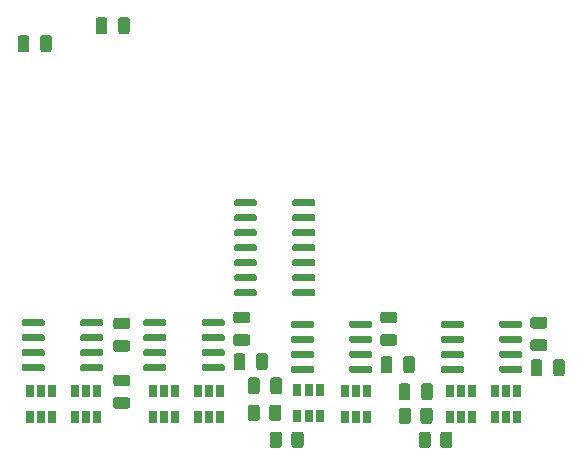
<source format=gbr>
G04 #@! TF.GenerationSoftware,KiCad,Pcbnew,5.1.7-a382d34a8~88~ubuntu18.04.1*
G04 #@! TF.CreationDate,2021-08-02T14:04:30-07:00*
G04 #@! TF.ProjectId,tumbler_gen3,74756d62-6c65-4725-9f67-656e332e6b69,V1.7*
G04 #@! TF.SameCoordinates,Original*
G04 #@! TF.FileFunction,Paste,Top*
G04 #@! TF.FilePolarity,Positive*
%FSLAX46Y46*%
G04 Gerber Fmt 4.6, Leading zero omitted, Abs format (unit mm)*
G04 Created by KiCad (PCBNEW 5.1.7-a382d34a8~88~ubuntu18.04.1) date 2021-08-02 14:04:30*
%MOMM*%
%LPD*%
G01*
G04 APERTURE LIST*
%ADD10R,0.650000X1.060000*%
G04 APERTURE END LIST*
G36*
G01*
X214368000Y-152179000D02*
X214368000Y-153129000D01*
G75*
G02*
X214118000Y-153379000I-250000J0D01*
G01*
X213618000Y-153379000D01*
G75*
G02*
X213368000Y-153129000I0J250000D01*
G01*
X213368000Y-152179000D01*
G75*
G02*
X213618000Y-151929000I250000J0D01*
G01*
X214118000Y-151929000D01*
G75*
G02*
X214368000Y-152179000I0J-250000D01*
G01*
G37*
G36*
G01*
X216268000Y-152179000D02*
X216268000Y-153129000D01*
G75*
G02*
X216018000Y-153379000I-250000J0D01*
G01*
X215518000Y-153379000D01*
G75*
G02*
X215268000Y-153129000I0J250000D01*
G01*
X215268000Y-152179000D01*
G75*
G02*
X215518000Y-151929000I250000J0D01*
G01*
X216018000Y-151929000D01*
G75*
G02*
X216268000Y-152179000I0J-250000D01*
G01*
G37*
G36*
G01*
X239210000Y-151605000D02*
X239210000Y-150655000D01*
G75*
G02*
X239460000Y-150405000I250000J0D01*
G01*
X239960000Y-150405000D01*
G75*
G02*
X240210000Y-150655000I0J-250000D01*
G01*
X240210000Y-151605000D01*
G75*
G02*
X239960000Y-151855000I-250000J0D01*
G01*
X239460000Y-151855000D01*
G75*
G02*
X239210000Y-151605000I0J250000D01*
G01*
G37*
G36*
G01*
X237310000Y-151605000D02*
X237310000Y-150655000D01*
G75*
G02*
X237560000Y-150405000I250000J0D01*
G01*
X238060000Y-150405000D01*
G75*
G02*
X238310000Y-150655000I0J-250000D01*
G01*
X238310000Y-151605000D01*
G75*
G02*
X238060000Y-151855000I-250000J0D01*
G01*
X237560000Y-151855000D01*
G75*
G02*
X237310000Y-151605000I0J250000D01*
G01*
G37*
G36*
G01*
X226510000Y-151351000D02*
X226510000Y-150401000D01*
G75*
G02*
X226760000Y-150151000I250000J0D01*
G01*
X227260000Y-150151000D01*
G75*
G02*
X227510000Y-150401000I0J-250000D01*
G01*
X227510000Y-151351000D01*
G75*
G02*
X227260000Y-151601000I-250000J0D01*
G01*
X226760000Y-151601000D01*
G75*
G02*
X226510000Y-151351000I0J250000D01*
G01*
G37*
G36*
G01*
X224610000Y-151351000D02*
X224610000Y-150401000D01*
G75*
G02*
X224860000Y-150151000I250000J0D01*
G01*
X225360000Y-150151000D01*
G75*
G02*
X225610000Y-150401000I0J-250000D01*
G01*
X225610000Y-151351000D01*
G75*
G02*
X225360000Y-151601000I-250000J0D01*
G01*
X224860000Y-151601000D01*
G75*
G02*
X224610000Y-151351000I0J250000D01*
G01*
G37*
G36*
G01*
X214064000Y-151097000D02*
X214064000Y-150147000D01*
G75*
G02*
X214314000Y-149897000I250000J0D01*
G01*
X214814000Y-149897000D01*
G75*
G02*
X215064000Y-150147000I0J-250000D01*
G01*
X215064000Y-151097000D01*
G75*
G02*
X214814000Y-151347000I-250000J0D01*
G01*
X214314000Y-151347000D01*
G75*
G02*
X214064000Y-151097000I0J250000D01*
G01*
G37*
G36*
G01*
X212164000Y-151097000D02*
X212164000Y-150147000D01*
G75*
G02*
X212414000Y-149897000I250000J0D01*
G01*
X212914000Y-149897000D01*
G75*
G02*
X213164000Y-150147000I0J-250000D01*
G01*
X213164000Y-151097000D01*
G75*
G02*
X212914000Y-151347000I-250000J0D01*
G01*
X212414000Y-151347000D01*
G75*
G02*
X212164000Y-151097000I0J250000D01*
G01*
G37*
G36*
G01*
X202217000Y-153612000D02*
X203167000Y-153612000D01*
G75*
G02*
X203417000Y-153862000I0J-250000D01*
G01*
X203417000Y-154362000D01*
G75*
G02*
X203167000Y-154612000I-250000J0D01*
G01*
X202217000Y-154612000D01*
G75*
G02*
X201967000Y-154362000I0J250000D01*
G01*
X201967000Y-153862000D01*
G75*
G02*
X202217000Y-153612000I250000J0D01*
G01*
G37*
G36*
G01*
X202217000Y-151712000D02*
X203167000Y-151712000D01*
G75*
G02*
X203417000Y-151962000I0J-250000D01*
G01*
X203417000Y-152462000D01*
G75*
G02*
X203167000Y-152712000I-250000J0D01*
G01*
X202217000Y-152712000D01*
G75*
G02*
X201967000Y-152462000I0J250000D01*
G01*
X201967000Y-151962000D01*
G75*
G02*
X202217000Y-151712000I250000J0D01*
G01*
G37*
G36*
G01*
X231672000Y-151107000D02*
X231672000Y-151407000D01*
G75*
G02*
X231522000Y-151557000I-150000J0D01*
G01*
X229872000Y-151557000D01*
G75*
G02*
X229722000Y-151407000I0J150000D01*
G01*
X229722000Y-151107000D01*
G75*
G02*
X229872000Y-150957000I150000J0D01*
G01*
X231522000Y-150957000D01*
G75*
G02*
X231672000Y-151107000I0J-150000D01*
G01*
G37*
G36*
G01*
X231672000Y-149837000D02*
X231672000Y-150137000D01*
G75*
G02*
X231522000Y-150287000I-150000J0D01*
G01*
X229872000Y-150287000D01*
G75*
G02*
X229722000Y-150137000I0J150000D01*
G01*
X229722000Y-149837000D01*
G75*
G02*
X229872000Y-149687000I150000J0D01*
G01*
X231522000Y-149687000D01*
G75*
G02*
X231672000Y-149837000I0J-150000D01*
G01*
G37*
G36*
G01*
X231672000Y-148567000D02*
X231672000Y-148867000D01*
G75*
G02*
X231522000Y-149017000I-150000J0D01*
G01*
X229872000Y-149017000D01*
G75*
G02*
X229722000Y-148867000I0J150000D01*
G01*
X229722000Y-148567000D01*
G75*
G02*
X229872000Y-148417000I150000J0D01*
G01*
X231522000Y-148417000D01*
G75*
G02*
X231672000Y-148567000I0J-150000D01*
G01*
G37*
G36*
G01*
X231672000Y-147297000D02*
X231672000Y-147597000D01*
G75*
G02*
X231522000Y-147747000I-150000J0D01*
G01*
X229872000Y-147747000D01*
G75*
G02*
X229722000Y-147597000I0J150000D01*
G01*
X229722000Y-147297000D01*
G75*
G02*
X229872000Y-147147000I150000J0D01*
G01*
X231522000Y-147147000D01*
G75*
G02*
X231672000Y-147297000I0J-150000D01*
G01*
G37*
G36*
G01*
X236622000Y-147297000D02*
X236622000Y-147597000D01*
G75*
G02*
X236472000Y-147747000I-150000J0D01*
G01*
X234822000Y-147747000D01*
G75*
G02*
X234672000Y-147597000I0J150000D01*
G01*
X234672000Y-147297000D01*
G75*
G02*
X234822000Y-147147000I150000J0D01*
G01*
X236472000Y-147147000D01*
G75*
G02*
X236622000Y-147297000I0J-150000D01*
G01*
G37*
G36*
G01*
X236622000Y-148567000D02*
X236622000Y-148867000D01*
G75*
G02*
X236472000Y-149017000I-150000J0D01*
G01*
X234822000Y-149017000D01*
G75*
G02*
X234672000Y-148867000I0J150000D01*
G01*
X234672000Y-148567000D01*
G75*
G02*
X234822000Y-148417000I150000J0D01*
G01*
X236472000Y-148417000D01*
G75*
G02*
X236622000Y-148567000I0J-150000D01*
G01*
G37*
G36*
G01*
X236622000Y-149837000D02*
X236622000Y-150137000D01*
G75*
G02*
X236472000Y-150287000I-150000J0D01*
G01*
X234822000Y-150287000D01*
G75*
G02*
X234672000Y-150137000I0J150000D01*
G01*
X234672000Y-149837000D01*
G75*
G02*
X234822000Y-149687000I150000J0D01*
G01*
X236472000Y-149687000D01*
G75*
G02*
X236622000Y-149837000I0J-150000D01*
G01*
G37*
G36*
G01*
X236622000Y-151107000D02*
X236622000Y-151407000D01*
G75*
G02*
X236472000Y-151557000I-150000J0D01*
G01*
X234822000Y-151557000D01*
G75*
G02*
X234672000Y-151407000I0J150000D01*
G01*
X234672000Y-151107000D01*
G75*
G02*
X234822000Y-150957000I150000J0D01*
G01*
X236472000Y-150957000D01*
G75*
G02*
X236622000Y-151107000I0J-150000D01*
G01*
G37*
G36*
G01*
X218972000Y-151107000D02*
X218972000Y-151407000D01*
G75*
G02*
X218822000Y-151557000I-150000J0D01*
G01*
X217172000Y-151557000D01*
G75*
G02*
X217022000Y-151407000I0J150000D01*
G01*
X217022000Y-151107000D01*
G75*
G02*
X217172000Y-150957000I150000J0D01*
G01*
X218822000Y-150957000D01*
G75*
G02*
X218972000Y-151107000I0J-150000D01*
G01*
G37*
G36*
G01*
X218972000Y-149837000D02*
X218972000Y-150137000D01*
G75*
G02*
X218822000Y-150287000I-150000J0D01*
G01*
X217172000Y-150287000D01*
G75*
G02*
X217022000Y-150137000I0J150000D01*
G01*
X217022000Y-149837000D01*
G75*
G02*
X217172000Y-149687000I150000J0D01*
G01*
X218822000Y-149687000D01*
G75*
G02*
X218972000Y-149837000I0J-150000D01*
G01*
G37*
G36*
G01*
X218972000Y-148567000D02*
X218972000Y-148867000D01*
G75*
G02*
X218822000Y-149017000I-150000J0D01*
G01*
X217172000Y-149017000D01*
G75*
G02*
X217022000Y-148867000I0J150000D01*
G01*
X217022000Y-148567000D01*
G75*
G02*
X217172000Y-148417000I150000J0D01*
G01*
X218822000Y-148417000D01*
G75*
G02*
X218972000Y-148567000I0J-150000D01*
G01*
G37*
G36*
G01*
X218972000Y-147297000D02*
X218972000Y-147597000D01*
G75*
G02*
X218822000Y-147747000I-150000J0D01*
G01*
X217172000Y-147747000D01*
G75*
G02*
X217022000Y-147597000I0J150000D01*
G01*
X217022000Y-147297000D01*
G75*
G02*
X217172000Y-147147000I150000J0D01*
G01*
X218822000Y-147147000D01*
G75*
G02*
X218972000Y-147297000I0J-150000D01*
G01*
G37*
G36*
G01*
X223922000Y-147297000D02*
X223922000Y-147597000D01*
G75*
G02*
X223772000Y-147747000I-150000J0D01*
G01*
X222122000Y-147747000D01*
G75*
G02*
X221972000Y-147597000I0J150000D01*
G01*
X221972000Y-147297000D01*
G75*
G02*
X222122000Y-147147000I150000J0D01*
G01*
X223772000Y-147147000D01*
G75*
G02*
X223922000Y-147297000I0J-150000D01*
G01*
G37*
G36*
G01*
X223922000Y-148567000D02*
X223922000Y-148867000D01*
G75*
G02*
X223772000Y-149017000I-150000J0D01*
G01*
X222122000Y-149017000D01*
G75*
G02*
X221972000Y-148867000I0J150000D01*
G01*
X221972000Y-148567000D01*
G75*
G02*
X222122000Y-148417000I150000J0D01*
G01*
X223772000Y-148417000D01*
G75*
G02*
X223922000Y-148567000I0J-150000D01*
G01*
G37*
G36*
G01*
X223922000Y-149837000D02*
X223922000Y-150137000D01*
G75*
G02*
X223772000Y-150287000I-150000J0D01*
G01*
X222122000Y-150287000D01*
G75*
G02*
X221972000Y-150137000I0J150000D01*
G01*
X221972000Y-149837000D01*
G75*
G02*
X222122000Y-149687000I150000J0D01*
G01*
X223772000Y-149687000D01*
G75*
G02*
X223922000Y-149837000I0J-150000D01*
G01*
G37*
G36*
G01*
X223922000Y-151107000D02*
X223922000Y-151407000D01*
G75*
G02*
X223772000Y-151557000I-150000J0D01*
G01*
X222122000Y-151557000D01*
G75*
G02*
X221972000Y-151407000I0J150000D01*
G01*
X221972000Y-151107000D01*
G75*
G02*
X222122000Y-150957000I150000J0D01*
G01*
X223772000Y-150957000D01*
G75*
G02*
X223922000Y-151107000I0J-150000D01*
G01*
G37*
G36*
G01*
X196177000Y-150980000D02*
X196177000Y-151280000D01*
G75*
G02*
X196027000Y-151430000I-150000J0D01*
G01*
X194377000Y-151430000D01*
G75*
G02*
X194227000Y-151280000I0J150000D01*
G01*
X194227000Y-150980000D01*
G75*
G02*
X194377000Y-150830000I150000J0D01*
G01*
X196027000Y-150830000D01*
G75*
G02*
X196177000Y-150980000I0J-150000D01*
G01*
G37*
G36*
G01*
X196177000Y-149710000D02*
X196177000Y-150010000D01*
G75*
G02*
X196027000Y-150160000I-150000J0D01*
G01*
X194377000Y-150160000D01*
G75*
G02*
X194227000Y-150010000I0J150000D01*
G01*
X194227000Y-149710000D01*
G75*
G02*
X194377000Y-149560000I150000J0D01*
G01*
X196027000Y-149560000D01*
G75*
G02*
X196177000Y-149710000I0J-150000D01*
G01*
G37*
G36*
G01*
X196177000Y-148440000D02*
X196177000Y-148740000D01*
G75*
G02*
X196027000Y-148890000I-150000J0D01*
G01*
X194377000Y-148890000D01*
G75*
G02*
X194227000Y-148740000I0J150000D01*
G01*
X194227000Y-148440000D01*
G75*
G02*
X194377000Y-148290000I150000J0D01*
G01*
X196027000Y-148290000D01*
G75*
G02*
X196177000Y-148440000I0J-150000D01*
G01*
G37*
G36*
G01*
X196177000Y-147170000D02*
X196177000Y-147470000D01*
G75*
G02*
X196027000Y-147620000I-150000J0D01*
G01*
X194377000Y-147620000D01*
G75*
G02*
X194227000Y-147470000I0J150000D01*
G01*
X194227000Y-147170000D01*
G75*
G02*
X194377000Y-147020000I150000J0D01*
G01*
X196027000Y-147020000D01*
G75*
G02*
X196177000Y-147170000I0J-150000D01*
G01*
G37*
G36*
G01*
X201127000Y-147170000D02*
X201127000Y-147470000D01*
G75*
G02*
X200977000Y-147620000I-150000J0D01*
G01*
X199327000Y-147620000D01*
G75*
G02*
X199177000Y-147470000I0J150000D01*
G01*
X199177000Y-147170000D01*
G75*
G02*
X199327000Y-147020000I150000J0D01*
G01*
X200977000Y-147020000D01*
G75*
G02*
X201127000Y-147170000I0J-150000D01*
G01*
G37*
G36*
G01*
X201127000Y-148440000D02*
X201127000Y-148740000D01*
G75*
G02*
X200977000Y-148890000I-150000J0D01*
G01*
X199327000Y-148890000D01*
G75*
G02*
X199177000Y-148740000I0J150000D01*
G01*
X199177000Y-148440000D01*
G75*
G02*
X199327000Y-148290000I150000J0D01*
G01*
X200977000Y-148290000D01*
G75*
G02*
X201127000Y-148440000I0J-150000D01*
G01*
G37*
G36*
G01*
X201127000Y-149710000D02*
X201127000Y-150010000D01*
G75*
G02*
X200977000Y-150160000I-150000J0D01*
G01*
X199327000Y-150160000D01*
G75*
G02*
X199177000Y-150010000I0J150000D01*
G01*
X199177000Y-149710000D01*
G75*
G02*
X199327000Y-149560000I150000J0D01*
G01*
X200977000Y-149560000D01*
G75*
G02*
X201127000Y-149710000I0J-150000D01*
G01*
G37*
G36*
G01*
X201127000Y-150980000D02*
X201127000Y-151280000D01*
G75*
G02*
X200977000Y-151430000I-150000J0D01*
G01*
X199327000Y-151430000D01*
G75*
G02*
X199177000Y-151280000I0J150000D01*
G01*
X199177000Y-150980000D01*
G75*
G02*
X199327000Y-150830000I150000J0D01*
G01*
X200977000Y-150830000D01*
G75*
G02*
X201127000Y-150980000I0J-150000D01*
G01*
G37*
G36*
G01*
X206461000Y-150980000D02*
X206461000Y-151280000D01*
G75*
G02*
X206311000Y-151430000I-150000J0D01*
G01*
X204661000Y-151430000D01*
G75*
G02*
X204511000Y-151280000I0J150000D01*
G01*
X204511000Y-150980000D01*
G75*
G02*
X204661000Y-150830000I150000J0D01*
G01*
X206311000Y-150830000D01*
G75*
G02*
X206461000Y-150980000I0J-150000D01*
G01*
G37*
G36*
G01*
X206461000Y-149710000D02*
X206461000Y-150010000D01*
G75*
G02*
X206311000Y-150160000I-150000J0D01*
G01*
X204661000Y-150160000D01*
G75*
G02*
X204511000Y-150010000I0J150000D01*
G01*
X204511000Y-149710000D01*
G75*
G02*
X204661000Y-149560000I150000J0D01*
G01*
X206311000Y-149560000D01*
G75*
G02*
X206461000Y-149710000I0J-150000D01*
G01*
G37*
G36*
G01*
X206461000Y-148440000D02*
X206461000Y-148740000D01*
G75*
G02*
X206311000Y-148890000I-150000J0D01*
G01*
X204661000Y-148890000D01*
G75*
G02*
X204511000Y-148740000I0J150000D01*
G01*
X204511000Y-148440000D01*
G75*
G02*
X204661000Y-148290000I150000J0D01*
G01*
X206311000Y-148290000D01*
G75*
G02*
X206461000Y-148440000I0J-150000D01*
G01*
G37*
G36*
G01*
X206461000Y-147170000D02*
X206461000Y-147470000D01*
G75*
G02*
X206311000Y-147620000I-150000J0D01*
G01*
X204661000Y-147620000D01*
G75*
G02*
X204511000Y-147470000I0J150000D01*
G01*
X204511000Y-147170000D01*
G75*
G02*
X204661000Y-147020000I150000J0D01*
G01*
X206311000Y-147020000D01*
G75*
G02*
X206461000Y-147170000I0J-150000D01*
G01*
G37*
G36*
G01*
X211411000Y-147170000D02*
X211411000Y-147470000D01*
G75*
G02*
X211261000Y-147620000I-150000J0D01*
G01*
X209611000Y-147620000D01*
G75*
G02*
X209461000Y-147470000I0J150000D01*
G01*
X209461000Y-147170000D01*
G75*
G02*
X209611000Y-147020000I150000J0D01*
G01*
X211261000Y-147020000D01*
G75*
G02*
X211411000Y-147170000I0J-150000D01*
G01*
G37*
G36*
G01*
X211411000Y-148440000D02*
X211411000Y-148740000D01*
G75*
G02*
X211261000Y-148890000I-150000J0D01*
G01*
X209611000Y-148890000D01*
G75*
G02*
X209461000Y-148740000I0J150000D01*
G01*
X209461000Y-148440000D01*
G75*
G02*
X209611000Y-148290000I150000J0D01*
G01*
X211261000Y-148290000D01*
G75*
G02*
X211411000Y-148440000I0J-150000D01*
G01*
G37*
G36*
G01*
X211411000Y-149710000D02*
X211411000Y-150010000D01*
G75*
G02*
X211261000Y-150160000I-150000J0D01*
G01*
X209611000Y-150160000D01*
G75*
G02*
X209461000Y-150010000I0J150000D01*
G01*
X209461000Y-149710000D01*
G75*
G02*
X209611000Y-149560000I150000J0D01*
G01*
X211261000Y-149560000D01*
G75*
G02*
X211411000Y-149710000I0J-150000D01*
G01*
G37*
G36*
G01*
X211411000Y-150980000D02*
X211411000Y-151280000D01*
G75*
G02*
X211261000Y-151430000I-150000J0D01*
G01*
X209611000Y-151430000D01*
G75*
G02*
X209461000Y-151280000I0J150000D01*
G01*
X209461000Y-150980000D01*
G75*
G02*
X209611000Y-150830000I150000J0D01*
G01*
X211261000Y-150830000D01*
G75*
G02*
X211411000Y-150980000I0J-150000D01*
G01*
G37*
G36*
G01*
X214146000Y-144630000D02*
X214146000Y-144930000D01*
G75*
G02*
X213996000Y-145080000I-150000J0D01*
G01*
X212346000Y-145080000D01*
G75*
G02*
X212196000Y-144930000I0J150000D01*
G01*
X212196000Y-144630000D01*
G75*
G02*
X212346000Y-144480000I150000J0D01*
G01*
X213996000Y-144480000D01*
G75*
G02*
X214146000Y-144630000I0J-150000D01*
G01*
G37*
G36*
G01*
X214146000Y-143360000D02*
X214146000Y-143660000D01*
G75*
G02*
X213996000Y-143810000I-150000J0D01*
G01*
X212346000Y-143810000D01*
G75*
G02*
X212196000Y-143660000I0J150000D01*
G01*
X212196000Y-143360000D01*
G75*
G02*
X212346000Y-143210000I150000J0D01*
G01*
X213996000Y-143210000D01*
G75*
G02*
X214146000Y-143360000I0J-150000D01*
G01*
G37*
G36*
G01*
X214146000Y-142090000D02*
X214146000Y-142390000D01*
G75*
G02*
X213996000Y-142540000I-150000J0D01*
G01*
X212346000Y-142540000D01*
G75*
G02*
X212196000Y-142390000I0J150000D01*
G01*
X212196000Y-142090000D01*
G75*
G02*
X212346000Y-141940000I150000J0D01*
G01*
X213996000Y-141940000D01*
G75*
G02*
X214146000Y-142090000I0J-150000D01*
G01*
G37*
G36*
G01*
X214146000Y-140820000D02*
X214146000Y-141120000D01*
G75*
G02*
X213996000Y-141270000I-150000J0D01*
G01*
X212346000Y-141270000D01*
G75*
G02*
X212196000Y-141120000I0J150000D01*
G01*
X212196000Y-140820000D01*
G75*
G02*
X212346000Y-140670000I150000J0D01*
G01*
X213996000Y-140670000D01*
G75*
G02*
X214146000Y-140820000I0J-150000D01*
G01*
G37*
G36*
G01*
X214146000Y-139550000D02*
X214146000Y-139850000D01*
G75*
G02*
X213996000Y-140000000I-150000J0D01*
G01*
X212346000Y-140000000D01*
G75*
G02*
X212196000Y-139850000I0J150000D01*
G01*
X212196000Y-139550000D01*
G75*
G02*
X212346000Y-139400000I150000J0D01*
G01*
X213996000Y-139400000D01*
G75*
G02*
X214146000Y-139550000I0J-150000D01*
G01*
G37*
G36*
G01*
X214146000Y-138280000D02*
X214146000Y-138580000D01*
G75*
G02*
X213996000Y-138730000I-150000J0D01*
G01*
X212346000Y-138730000D01*
G75*
G02*
X212196000Y-138580000I0J150000D01*
G01*
X212196000Y-138280000D01*
G75*
G02*
X212346000Y-138130000I150000J0D01*
G01*
X213996000Y-138130000D01*
G75*
G02*
X214146000Y-138280000I0J-150000D01*
G01*
G37*
G36*
G01*
X214146000Y-137010000D02*
X214146000Y-137310000D01*
G75*
G02*
X213996000Y-137460000I-150000J0D01*
G01*
X212346000Y-137460000D01*
G75*
G02*
X212196000Y-137310000I0J150000D01*
G01*
X212196000Y-137010000D01*
G75*
G02*
X212346000Y-136860000I150000J0D01*
G01*
X213996000Y-136860000D01*
G75*
G02*
X214146000Y-137010000I0J-150000D01*
G01*
G37*
G36*
G01*
X219096000Y-137010000D02*
X219096000Y-137310000D01*
G75*
G02*
X218946000Y-137460000I-150000J0D01*
G01*
X217296000Y-137460000D01*
G75*
G02*
X217146000Y-137310000I0J150000D01*
G01*
X217146000Y-137010000D01*
G75*
G02*
X217296000Y-136860000I150000J0D01*
G01*
X218946000Y-136860000D01*
G75*
G02*
X219096000Y-137010000I0J-150000D01*
G01*
G37*
G36*
G01*
X219096000Y-138280000D02*
X219096000Y-138580000D01*
G75*
G02*
X218946000Y-138730000I-150000J0D01*
G01*
X217296000Y-138730000D01*
G75*
G02*
X217146000Y-138580000I0J150000D01*
G01*
X217146000Y-138280000D01*
G75*
G02*
X217296000Y-138130000I150000J0D01*
G01*
X218946000Y-138130000D01*
G75*
G02*
X219096000Y-138280000I0J-150000D01*
G01*
G37*
G36*
G01*
X219096000Y-139550000D02*
X219096000Y-139850000D01*
G75*
G02*
X218946000Y-140000000I-150000J0D01*
G01*
X217296000Y-140000000D01*
G75*
G02*
X217146000Y-139850000I0J150000D01*
G01*
X217146000Y-139550000D01*
G75*
G02*
X217296000Y-139400000I150000J0D01*
G01*
X218946000Y-139400000D01*
G75*
G02*
X219096000Y-139550000I0J-150000D01*
G01*
G37*
G36*
G01*
X219096000Y-140820000D02*
X219096000Y-141120000D01*
G75*
G02*
X218946000Y-141270000I-150000J0D01*
G01*
X217296000Y-141270000D01*
G75*
G02*
X217146000Y-141120000I0J150000D01*
G01*
X217146000Y-140820000D01*
G75*
G02*
X217296000Y-140670000I150000J0D01*
G01*
X218946000Y-140670000D01*
G75*
G02*
X219096000Y-140820000I0J-150000D01*
G01*
G37*
G36*
G01*
X219096000Y-142090000D02*
X219096000Y-142390000D01*
G75*
G02*
X218946000Y-142540000I-150000J0D01*
G01*
X217296000Y-142540000D01*
G75*
G02*
X217146000Y-142390000I0J150000D01*
G01*
X217146000Y-142090000D01*
G75*
G02*
X217296000Y-141940000I150000J0D01*
G01*
X218946000Y-141940000D01*
G75*
G02*
X219096000Y-142090000I0J-150000D01*
G01*
G37*
G36*
G01*
X219096000Y-143360000D02*
X219096000Y-143660000D01*
G75*
G02*
X218946000Y-143810000I-150000J0D01*
G01*
X217296000Y-143810000D01*
G75*
G02*
X217146000Y-143660000I0J150000D01*
G01*
X217146000Y-143360000D01*
G75*
G02*
X217296000Y-143210000I150000J0D01*
G01*
X218946000Y-143210000D01*
G75*
G02*
X219096000Y-143360000I0J-150000D01*
G01*
G37*
G36*
G01*
X219096000Y-144630000D02*
X219096000Y-144930000D01*
G75*
G02*
X218946000Y-145080000I-150000J0D01*
G01*
X217296000Y-145080000D01*
G75*
G02*
X217146000Y-144930000I0J150000D01*
G01*
X217146000Y-144630000D01*
G75*
G02*
X217296000Y-144480000I150000J0D01*
G01*
X218946000Y-144480000D01*
G75*
G02*
X219096000Y-144630000I0J-150000D01*
G01*
G37*
G36*
G01*
X228858500Y-156775998D02*
X228858500Y-157676002D01*
G75*
G02*
X228608502Y-157926000I-249998J0D01*
G01*
X228083498Y-157926000D01*
G75*
G02*
X227833500Y-157676002I0J249998D01*
G01*
X227833500Y-156775998D01*
G75*
G02*
X228083498Y-156526000I249998J0D01*
G01*
X228608502Y-156526000D01*
G75*
G02*
X228858500Y-156775998I0J-249998D01*
G01*
G37*
G36*
G01*
X230683500Y-156775998D02*
X230683500Y-157676002D01*
G75*
G02*
X230433502Y-157926000I-249998J0D01*
G01*
X229908498Y-157926000D01*
G75*
G02*
X229658500Y-157676002I0J249998D01*
G01*
X229658500Y-156775998D01*
G75*
G02*
X229908498Y-156526000I249998J0D01*
G01*
X230433502Y-156526000D01*
G75*
G02*
X230683500Y-156775998I0J-249998D01*
G01*
G37*
G36*
G01*
X216262000Y-156775998D02*
X216262000Y-157676002D01*
G75*
G02*
X216012002Y-157926000I-249998J0D01*
G01*
X215486998Y-157926000D01*
G75*
G02*
X215237000Y-157676002I0J249998D01*
G01*
X215237000Y-156775998D01*
G75*
G02*
X215486998Y-156526000I249998J0D01*
G01*
X216012002Y-156526000D01*
G75*
G02*
X216262000Y-156775998I0J-249998D01*
G01*
G37*
G36*
G01*
X218087000Y-156775998D02*
X218087000Y-157676002D01*
G75*
G02*
X217837002Y-157926000I-249998J0D01*
G01*
X217311998Y-157926000D01*
G75*
G02*
X217062000Y-157676002I0J249998D01*
G01*
X217062000Y-156775998D01*
G75*
G02*
X217311998Y-156526000I249998J0D01*
G01*
X217837002Y-156526000D01*
G75*
G02*
X218087000Y-156775998I0J-249998D01*
G01*
G37*
G36*
G01*
X227184000Y-154743998D02*
X227184000Y-155644002D01*
G75*
G02*
X226934002Y-155894000I-249998J0D01*
G01*
X226408998Y-155894000D01*
G75*
G02*
X226159000Y-155644002I0J249998D01*
G01*
X226159000Y-154743998D01*
G75*
G02*
X226408998Y-154494000I249998J0D01*
G01*
X226934002Y-154494000D01*
G75*
G02*
X227184000Y-154743998I0J-249998D01*
G01*
G37*
G36*
G01*
X229009000Y-154743998D02*
X229009000Y-155644002D01*
G75*
G02*
X228759002Y-155894000I-249998J0D01*
G01*
X228233998Y-155894000D01*
G75*
G02*
X227984000Y-155644002I0J249998D01*
G01*
X227984000Y-154743998D01*
G75*
G02*
X228233998Y-154494000I249998J0D01*
G01*
X228759002Y-154494000D01*
G75*
G02*
X229009000Y-154743998I0J-249998D01*
G01*
G37*
G36*
G01*
X214380500Y-154489998D02*
X214380500Y-155390002D01*
G75*
G02*
X214130502Y-155640000I-249998J0D01*
G01*
X213605498Y-155640000D01*
G75*
G02*
X213355500Y-155390002I0J249998D01*
G01*
X213355500Y-154489998D01*
G75*
G02*
X213605498Y-154240000I249998J0D01*
G01*
X214130502Y-154240000D01*
G75*
G02*
X214380500Y-154489998I0J-249998D01*
G01*
G37*
G36*
G01*
X216205500Y-154489998D02*
X216205500Y-155390002D01*
G75*
G02*
X215955502Y-155640000I-249998J0D01*
G01*
X215430498Y-155640000D01*
G75*
G02*
X215180500Y-155390002I0J249998D01*
G01*
X215180500Y-154489998D01*
G75*
G02*
X215430498Y-154240000I249998J0D01*
G01*
X215955502Y-154240000D01*
G75*
G02*
X216205500Y-154489998I0J-249998D01*
G01*
G37*
D10*
X231394000Y-155278000D03*
X232344000Y-155278000D03*
X230444000Y-155278000D03*
X230444000Y-153078000D03*
X231394000Y-153078000D03*
X232344000Y-153078000D03*
X235204000Y-155278000D03*
X236154000Y-155278000D03*
X234254000Y-155278000D03*
X234254000Y-153078000D03*
X235204000Y-153078000D03*
X236154000Y-153078000D03*
X195834000Y-155278000D03*
X196784000Y-155278000D03*
X194884000Y-155278000D03*
X194884000Y-153078000D03*
X195834000Y-153078000D03*
X196784000Y-153078000D03*
X199644000Y-155278000D03*
X200594000Y-155278000D03*
X198694000Y-155278000D03*
X198694000Y-153078000D03*
X199644000Y-153078000D03*
X200594000Y-153078000D03*
X218506000Y-155194000D03*
X219456000Y-155194000D03*
X217556000Y-155194000D03*
X217556000Y-152994000D03*
X218506000Y-152994000D03*
X219456000Y-152994000D03*
X222504000Y-155278000D03*
X223454000Y-155278000D03*
X221554000Y-155278000D03*
X221554000Y-153078000D03*
X222504000Y-153078000D03*
X223454000Y-153078000D03*
X206248000Y-155278000D03*
X207198000Y-155278000D03*
X205298000Y-155278000D03*
X205298000Y-153078000D03*
X206248000Y-153078000D03*
X207198000Y-153078000D03*
X210058000Y-155278000D03*
X211008000Y-155278000D03*
X209108000Y-155278000D03*
X209108000Y-153078000D03*
X210058000Y-153078000D03*
X211008000Y-153078000D03*
G36*
G01*
X238473000Y-147820000D02*
X237523000Y-147820000D01*
G75*
G02*
X237273000Y-147570000I0J250000D01*
G01*
X237273000Y-147070000D01*
G75*
G02*
X237523000Y-146820000I250000J0D01*
G01*
X238473000Y-146820000D01*
G75*
G02*
X238723000Y-147070000I0J-250000D01*
G01*
X238723000Y-147570000D01*
G75*
G02*
X238473000Y-147820000I-250000J0D01*
G01*
G37*
G36*
G01*
X238473000Y-149720000D02*
X237523000Y-149720000D01*
G75*
G02*
X237273000Y-149470000I0J250000D01*
G01*
X237273000Y-148970000D01*
G75*
G02*
X237523000Y-148720000I250000J0D01*
G01*
X238473000Y-148720000D01*
G75*
G02*
X238723000Y-148970000I0J-250000D01*
G01*
X238723000Y-149470000D01*
G75*
G02*
X238473000Y-149720000I-250000J0D01*
G01*
G37*
G36*
G01*
X203167000Y-147886000D02*
X202217000Y-147886000D01*
G75*
G02*
X201967000Y-147636000I0J250000D01*
G01*
X201967000Y-147136000D01*
G75*
G02*
X202217000Y-146886000I250000J0D01*
G01*
X203167000Y-146886000D01*
G75*
G02*
X203417000Y-147136000I0J-250000D01*
G01*
X203417000Y-147636000D01*
G75*
G02*
X203167000Y-147886000I-250000J0D01*
G01*
G37*
G36*
G01*
X203167000Y-149786000D02*
X202217000Y-149786000D01*
G75*
G02*
X201967000Y-149536000I0J250000D01*
G01*
X201967000Y-149036000D01*
G75*
G02*
X202217000Y-148786000I250000J0D01*
G01*
X203167000Y-148786000D01*
G75*
G02*
X203417000Y-149036000I0J-250000D01*
G01*
X203417000Y-149536000D01*
G75*
G02*
X203167000Y-149786000I-250000J0D01*
G01*
G37*
G36*
G01*
X225773000Y-147378000D02*
X224823000Y-147378000D01*
G75*
G02*
X224573000Y-147128000I0J250000D01*
G01*
X224573000Y-146628000D01*
G75*
G02*
X224823000Y-146378000I250000J0D01*
G01*
X225773000Y-146378000D01*
G75*
G02*
X226023000Y-146628000I0J-250000D01*
G01*
X226023000Y-147128000D01*
G75*
G02*
X225773000Y-147378000I-250000J0D01*
G01*
G37*
G36*
G01*
X225773000Y-149278000D02*
X224823000Y-149278000D01*
G75*
G02*
X224573000Y-149028000I0J250000D01*
G01*
X224573000Y-148528000D01*
G75*
G02*
X224823000Y-148278000I250000J0D01*
G01*
X225773000Y-148278000D01*
G75*
G02*
X226023000Y-148528000I0J-250000D01*
G01*
X226023000Y-149028000D01*
G75*
G02*
X225773000Y-149278000I-250000J0D01*
G01*
G37*
G36*
G01*
X213327000Y-147378000D02*
X212377000Y-147378000D01*
G75*
G02*
X212127000Y-147128000I0J250000D01*
G01*
X212127000Y-146628000D01*
G75*
G02*
X212377000Y-146378000I250000J0D01*
G01*
X213327000Y-146378000D01*
G75*
G02*
X213577000Y-146628000I0J-250000D01*
G01*
X213577000Y-147128000D01*
G75*
G02*
X213327000Y-147378000I-250000J0D01*
G01*
G37*
G36*
G01*
X213327000Y-149278000D02*
X212377000Y-149278000D01*
G75*
G02*
X212127000Y-149028000I0J250000D01*
G01*
X212127000Y-148528000D01*
G75*
G02*
X212377000Y-148278000I250000J0D01*
G01*
X213327000Y-148278000D01*
G75*
G02*
X213577000Y-148528000I0J-250000D01*
G01*
X213577000Y-149028000D01*
G75*
G02*
X213327000Y-149278000I-250000J0D01*
G01*
G37*
G36*
G01*
X227134000Y-152687000D02*
X227134000Y-153637000D01*
G75*
G02*
X226884000Y-153887000I-250000J0D01*
G01*
X226384000Y-153887000D01*
G75*
G02*
X226134000Y-153637000I0J250000D01*
G01*
X226134000Y-152687000D01*
G75*
G02*
X226384000Y-152437000I250000J0D01*
G01*
X226884000Y-152437000D01*
G75*
G02*
X227134000Y-152687000I0J-250000D01*
G01*
G37*
G36*
G01*
X229034000Y-152687000D02*
X229034000Y-153637000D01*
G75*
G02*
X228784000Y-153887000I-250000J0D01*
G01*
X228284000Y-153887000D01*
G75*
G02*
X228034000Y-153637000I0J250000D01*
G01*
X228034000Y-152687000D01*
G75*
G02*
X228284000Y-152437000I250000J0D01*
G01*
X228784000Y-152437000D01*
G75*
G02*
X229034000Y-152687000I0J-250000D01*
G01*
G37*
G36*
G01*
X202380000Y-122649000D02*
X202380000Y-121699000D01*
G75*
G02*
X202630000Y-121449000I250000J0D01*
G01*
X203130000Y-121449000D01*
G75*
G02*
X203380000Y-121699000I0J-250000D01*
G01*
X203380000Y-122649000D01*
G75*
G02*
X203130000Y-122899000I-250000J0D01*
G01*
X202630000Y-122899000D01*
G75*
G02*
X202380000Y-122649000I0J250000D01*
G01*
G37*
G36*
G01*
X200480000Y-122649000D02*
X200480000Y-121699000D01*
G75*
G02*
X200730000Y-121449000I250000J0D01*
G01*
X201230000Y-121449000D01*
G75*
G02*
X201480000Y-121699000I0J-250000D01*
G01*
X201480000Y-122649000D01*
G75*
G02*
X201230000Y-122899000I-250000J0D01*
G01*
X200730000Y-122899000D01*
G75*
G02*
X200480000Y-122649000I0J250000D01*
G01*
G37*
G36*
G01*
X195776000Y-124173000D02*
X195776000Y-123223000D01*
G75*
G02*
X196026000Y-122973000I250000J0D01*
G01*
X196526000Y-122973000D01*
G75*
G02*
X196776000Y-123223000I0J-250000D01*
G01*
X196776000Y-124173000D01*
G75*
G02*
X196526000Y-124423000I-250000J0D01*
G01*
X196026000Y-124423000D01*
G75*
G02*
X195776000Y-124173000I0J250000D01*
G01*
G37*
G36*
G01*
X193876000Y-124173000D02*
X193876000Y-123223000D01*
G75*
G02*
X194126000Y-122973000I250000J0D01*
G01*
X194626000Y-122973000D01*
G75*
G02*
X194876000Y-123223000I0J-250000D01*
G01*
X194876000Y-124173000D01*
G75*
G02*
X194626000Y-124423000I-250000J0D01*
G01*
X194126000Y-124423000D01*
G75*
G02*
X193876000Y-124173000I0J250000D01*
G01*
G37*
M02*

</source>
